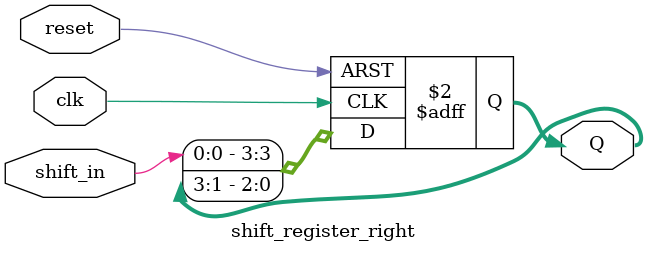
<source format=v>
module shift_register_right (
    input clk,         // 時鐘信號
    input reset,       // 重置信號
    input shift_in,    // 進來的數據
    output reg [3:0] Q // 4-bit 右移寄存器
);

    always @(posedge clk or posedge reset) begin
        if (reset) begin
            Q <= 4'b0000;  // 當重置信號為高時，清空寄存器
        end else begin
            Q <= {shift_in, Q[3:1]};  // 右移，新的數據進入最左邊
        end
    end

endmodule

</source>
